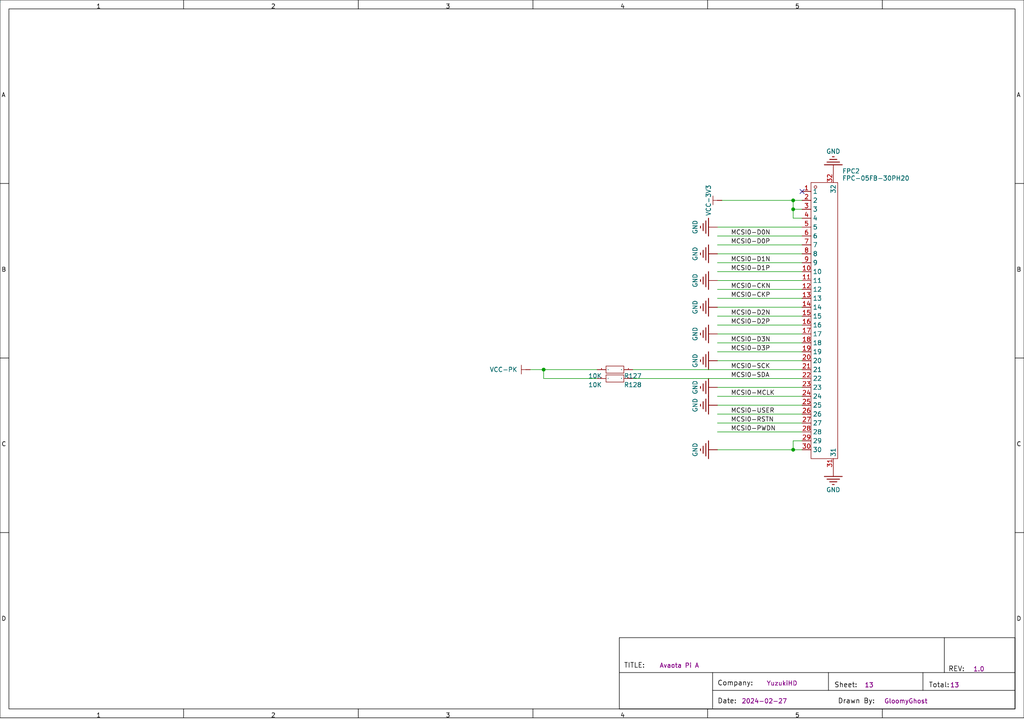
<source format=kicad_sch>
(kicad_sch (version 20231120) (generator "eeschema") (generator_version "8.0")
  (paper "User" 291.846 205.029)
  (lib_symbols
    (symbol "5-Voltage_1" (power) (pin_numbers hide) (pin_names hide)
      (symbol "5-Voltage_1_1_0"
        (polyline (pts (xy -1.27 2.54) (xy 1.27 2.54)))
        (polyline (pts (xy 0 2.54) (xy 0 1.27)))
        (pin power_in line (at 0 0 90) (length 1.27) (name "VCC-3V3") (number "1"))
      )
    )
    (symbol "AvaotaA1-easyedapro:5-Voltage" (power) (pin_numbers hide) (pin_names hide)
      (symbol "5-Voltage_1_0"
        (polyline (pts (xy -1.27 2.54) (xy 1.27 2.54)))
        (polyline (pts (xy 0 2.54) (xy 0 1.27)))
        (pin power_in line (at 0 0 90) (length 1.27) (name "VCC-PK") (number "1"))
      )
    )
    (symbol "AvaotaA1-easyedapro:FPC-05FB-30PH20"
      (property "Reference" "FPC" (at 0 0 0))
      (symbol "FPC-05FB-30PH20_1_0"
        (rectangle (start -2.54 -39.37) (end 5.08 39.37))
        (circle (center -1.27 38.1) (radius 0.381))
        (pin unspecified line (at -5.08 36.83 0) (length 2.54) (name "1") (number "1"))
        (pin unspecified line (at -5.08 13.97 0) (length 2.54) (name "10") (number "10"))
        (pin unspecified line (at -5.08 11.43 0) (length 2.54) (name "11") (number "11"))
        (pin unspecified line (at -5.08 8.89 0) (length 2.54) (name "12") (number "12"))
        (pin unspecified line (at -5.08 6.35 0) (length 2.54) (name "13") (number "13"))
        (pin unspecified line (at -5.08 3.81 0) (length 2.54) (name "14") (number "14"))
        (pin unspecified line (at -5.08 1.27 0) (length 2.54) (name "15") (number "15"))
        (pin unspecified line (at -5.08 -1.27 0) (length 2.54) (name "16") (number "16"))
        (pin unspecified line (at -5.08 -3.81 0) (length 2.54) (name "17") (number "17"))
        (pin unspecified line (at -5.08 -6.35 0) (length 2.54) (name "18") (number "18"))
        (pin unspecified line (at -5.08 -8.89 0) (length 2.54) (name "19") (number "19"))
        (pin unspecified line (at -5.08 34.29 0) (length 2.54) (name "2") (number "2"))
        (pin unspecified line (at -5.08 -11.43 0) (length 2.54) (name "20") (number "20"))
        (pin unspecified line (at -5.08 -13.97 0) (length 2.54) (name "21") (number "21"))
        (pin unspecified line (at -5.08 -16.51 0) (length 2.54) (name "22") (number "22"))
        (pin unspecified line (at -5.08 -19.05 0) (length 2.54) (name "23") (number "23"))
        (pin unspecified line (at -5.08 -21.59 0) (length 2.54) (name "24") (number "24"))
        (pin unspecified line (at -5.08 -24.13 0) (length 2.54) (name "25") (number "25"))
        (pin unspecified line (at -5.08 -26.67 0) (length 2.54) (name "26") (number "26"))
        (pin unspecified line (at -5.08 -29.21 0) (length 2.54) (name "27") (number "27"))
        (pin unspecified line (at -5.08 -31.75 0) (length 2.54) (name "28") (number "28"))
        (pin unspecified line (at -5.08 -34.29 0) (length 2.54) (name "29") (number "29"))
        (pin unspecified line (at -5.08 31.75 0) (length 2.54) (name "3") (number "3"))
        (pin unspecified line (at -5.08 -36.83 0) (length 2.54) (name "30") (number "30"))
        (pin unspecified line (at 3.81 -41.91 90) (length 2.54) (name "31") (number "31"))
        (pin unspecified line (at 3.81 41.91 270) (length 2.54) (name "32") (number "32"))
        (pin unspecified line (at -5.08 29.21 0) (length 2.54) (name "4") (number "4"))
        (pin unspecified line (at -5.08 26.67 0) (length 2.54) (name "5") (number "5"))
        (pin unspecified line (at -5.08 24.13 0) (length 2.54) (name "6") (number "6"))
        (pin unspecified line (at -5.08 21.59 0) (length 2.54) (name "7") (number "7"))
        (pin unspecified line (at -5.08 19.05 0) (length 2.54) (name "8") (number "8"))
        (pin unspecified line (at -5.08 16.51 0) (length 2.54) (name "9") (number "9"))
      )
    )
    (symbol "AvaotaA1-easyedapro:Ground-GND" (power) (pin_numbers hide) (pin_names hide)
      (symbol "Ground-GND_1_0"
        (polyline (pts (xy -2.54 -2.54) (xy 2.54 -2.54)) (stroke (width 0.254)))
        (polyline (pts (xy -1.778 -3.302) (xy 1.778 -3.302)) (stroke (width 0.254)))
        (polyline (pts (xy -1.016 -4.064) (xy 1.016 -4.064)) (stroke (width 0.254)))
        (polyline (pts (xy -0.254 -4.826) (xy 0.254 -4.826)) (stroke (width 0.254)))
        (pin power_in line (at 0 0 270) (length 2.54) (name "GND") (number "1"))
      )
    )
    (symbol "AvaotaA1-easyedapro:Sheet_A4"
      (symbol "Sheet_A4_1_0"
        (polyline (pts (xy 2.54 -151.892) (xy 0 -151.892)) (stroke (width 0) (color 0 0 0 1)))
        (polyline (pts (xy 2.54 -102.108) (xy 0 -102.108)) (stroke (width 0) (color 0 0 0 1)))
        (polyline (pts (xy 2.54 -52.324) (xy 0 -52.324)) (stroke (width 0) (color 0 0 0 1)))
        (polyline (pts (xy 52.324 -202.184) (xy 52.324 -204.724)) (stroke (width 0) (color 0 0 0 1)))
        (polyline (pts (xy 52.324 -2.54) (xy 52.324 0)) (stroke (width 0) (color 0 0 0 1)))
        (polyline (pts (xy 102.108 -202.184) (xy 102.108 -204.724)) (stroke (width 0) (color 0 0 0 1)))
        (polyline (pts (xy 102.108 -2.54) (xy 102.108 0)) (stroke (width 0) (color 0 0 0 1)))
        (polyline (pts (xy 151.892 -202.184) (xy 151.892 -204.724)) (stroke (width 0) (color 0 0 0 1)))
        (polyline (pts (xy 151.892 -2.54) (xy 151.892 0)) (stroke (width 0) (color 0 0 0 1)))
        (polyline (pts (xy 176.5554 -191.8208) (xy 289.2044 -191.8208)) (stroke (width 0) (color 0 0 0 1)))
        (polyline (pts (xy 201.676 -202.184) (xy 201.676 -204.724)) (stroke (width 0) (color 0 0 0 1)))
        (polyline (pts (xy 201.676 -2.54) (xy 201.676 0)) (stroke (width 0) (color 0 0 0 1)))
        (polyline (pts (xy 203.0984 -196.9008) (xy 289.2044 -196.9008)) (stroke (width 0) (color 0 0 0 1)))
        (polyline (pts (xy 203.0984 -191.8208) (xy 203.0984 -201.9808)) (stroke (width 0) (color 0 0 0 1)))
        (polyline (pts (xy 236.1184 -191.8208) (xy 236.1184 -196.9008)) (stroke (width 0) (color 0 0 0 1)))
        (polyline (pts (xy 251.46 -202.184) (xy 251.46 -204.724)) (stroke (width 0) (color 0 0 0 1)))
        (polyline (pts (xy 251.46 -2.54) (xy 251.46 0)) (stroke (width 0) (color 0 0 0 1)))
        (polyline (pts (xy 263.0424 -191.8208) (xy 263.0424 -196.9008)) (stroke (width 0) (color 0 0 0 1)))
        (polyline (pts (xy 269.1384 -181.864) (xy 269.1384 -191.8208)) (stroke (width 0) (color 0 0 0 1)))
        (polyline (pts (xy 289.306 -151.892) (xy 291.846 -151.892)) (stroke (width 0) (color 0 0 0 1)))
        (polyline (pts (xy 289.306 -102.108) (xy 291.846 -102.108)) (stroke (width 0) (color 0 0 0 1)))
        (polyline (pts (xy 289.306 -52.324) (xy 291.846 -52.324)) (stroke (width 0) (color 0 0 0 1)))
        (rectangle (start 0 0) (end 291.846 -204.724) (stroke (width 0) (color 0 0 0 1)))
        (rectangle (start 2.54 -2.54) (end 289.306 -202.184) (stroke (width 0) (color 0 0 0 1)))
        (rectangle (start 176.5046 -181.864) (end 289.2806 -202.184) (stroke (width 0) (color 0 0 0 1)))
        (text "1" (at 27.432 -204.6732 0) (effects (font (size 1.2192 1.2192)) (justify left bottom)))
        (text "1" (at 27.432 -2.4892 0) (effects (font (size 1.2192 1.2192)) (justify left bottom)))
        (text "2" (at 77.216 -204.6732 0) (effects (font (size 1.2192 1.2192)) (justify left bottom)))
        (text "2" (at 77.216 -2.4892 0) (effects (font (size 1.2192 1.2192)) (justify left bottom)))
        (text "3" (at 127 -204.6732 0) (effects (font (size 1.2192 1.2192)) (justify left bottom)))
        (text "3" (at 127 -2.4892 0) (effects (font (size 1.2192 1.2192)) (justify left bottom)))
        (text "4" (at 176.784 -204.6732 0) (effects (font (size 1.2192 1.2192)) (justify left bottom)))
        (text "4" (at 176.784 -2.4892 0) (effects (font (size 1.2192 1.2192)) (justify left bottom)))
        (text "5" (at 226.568 -204.6732 0) (effects (font (size 1.2192 1.2192)) (justify left bottom)))
        (text "5" (at 226.568 -2.4892 0) (effects (font (size 1.2192 1.2192)) (justify left bottom)))
        (text "A" (at 0.381 -27.7622 0) (effects (font (size 1.2192 1.2192)) (justify left bottom)))
        (text "A" (at 289.687 -27.7622 0) (effects (font (size 1.2192 1.2192)) (justify left bottom)))
        (text "B" (at 0.381 -77.5462 0) (effects (font (size 1.2192 1.2192)) (justify left bottom)))
        (text "B" (at 289.687 -77.5462 0) (effects (font (size 1.2192 1.2192)) (justify left bottom)))
        (text "C" (at 0.381 -127.3302 0) (effects (font (size 1.2192 1.2192)) (justify left bottom)))
        (text "C" (at 289.687 -127.3302 0) (effects (font (size 1.2192 1.2192)) (justify left bottom)))
        (text "Company:" (at 204.4446 -195.5546 0) (effects (font (size 1.397 1.397)) (justify left bottom)))
        (text "D" (at 0.381 -177.1142 0) (effects (font (size 1.2192 1.2192)) (justify left bottom)))
        (text "D" (at 289.687 -177.1142 0) (effects (font (size 1.2192 1.2192)) (justify left bottom)))
        (text "Date:" (at 204.47 -200.66 0) (effects (font (size 1.397 1.397)) (justify left bottom)))
        (text "Drawn By:" (at 238.76 -200.66 0) (effects (font (size 1.397 1.397)) (justify left bottom)))
        (text "REV:" (at 270.256 -191.516 0) (effects (font (size 1.397 1.397)) (justify left bottom)))
        (text "Sheet:" (at 237.744 -196.088 0) (effects (font (size 1.397 1.397)) (justify left bottom)))
        (text "TITLE:" (at 177.8 -190.5 0) (effects (font (size 1.397 1.397)) (justify left bottom)))
        (text "Total:" (at 264.668 -196.088 0) (effects (font (size 1.397 1.397)) (justify left bottom)))
      )
    )
    (symbol "AvaotaA1-easyedapro:电阻"
      (symbol "电阻_1_0"
        (rectangle (start -2.54 1.016) (end 2.54 -1.016))
        (pin input line (at -5.08 0 0) (length 2.54) (name "1") (number "1"))
        (pin input line (at 5.08 0 180) (length 2.54) (name "2") (number "2"))
      )
    )
  )
  (junction (at 226.06 57.15))
  (junction (at 154.94 105.41))
  (junction (at 226.06 128.27))
  (junction (at 226.06 59.69))
  (no_connect (at 228.6 54.61))
  (wire (pts (xy 226.06 62.23) (xy 226.06 59.69)))
  (wire (pts (xy 228.6 74.93) (xy 204.47 74.93)))
  (wire (pts (xy 204.47 64.77) (xy 228.6 64.77)))
  (wire (pts (xy 204.47 123.19) (xy 228.6 123.19)))
  (wire (pts (xy 204.47 87.63) (xy 228.6 87.63)))
  (wire (pts (xy 205.74 57.15) (xy 226.06 57.15)))
  (wire (pts (xy 204.47 80.01) (xy 228.6 80.01)))
  (wire (pts (xy 228.6 77.47) (xy 204.47 77.47)))
  (wire (pts (xy 204.47 115.57) (xy 228.6 115.57)))
  (wire (pts (xy 228.6 107.95) (xy 180.34 107.95)))
  (wire (pts (xy 226.06 128.27) (xy 226.06 125.73)))
  (wire (pts (xy 204.47 82.55) (xy 228.6 82.55)))
  (wire (pts (xy 204.47 113.03) (xy 228.6 113.03)))
  (wire (pts (xy 226.06 128.27) (xy 228.6 128.27)))
  (wire (pts (xy 228.6 105.41) (xy 180.34 105.41)))
  (wire (pts (xy 204.47 72.39) (xy 228.6 72.39)))
  (wire (pts (xy 226.06 59.69) (xy 226.06 57.15)))
  (wire (pts (xy 204.47 67.31) (xy 228.6 67.31)))
  (wire (pts (xy 204.47 92.71) (xy 228.6 92.71)))
  (wire (pts (xy 204.47 128.27) (xy 226.06 128.27)))
  (wire (pts (xy 204.47 110.49) (xy 228.6 110.49)))
  (wire (pts (xy 204.47 118.11) (xy 228.6 118.11)))
  (wire (pts (xy 204.47 100.33) (xy 228.6 100.33)))
  (wire (pts (xy 204.47 85.09) (xy 228.6 85.09)))
  (wire (pts (xy 154.94 107.95) (xy 170.18 107.95)))
  (wire (pts (xy 154.94 105.41) (xy 151.13 105.41)))
  (wire (pts (xy 228.6 59.69) (xy 226.06 59.69)))
  (wire (pts (xy 204.47 97.79) (xy 228.6 97.79)))
  (wire (pts (xy 204.47 69.85) (xy 228.6 69.85)))
  (wire (pts (xy 228.6 62.23) (xy 226.06 62.23)))
  (wire (pts (xy 204.47 120.65) (xy 228.6 120.65)))
  (wire (pts (xy 226.06 57.15) (xy 228.6 57.15)))
  (wire (pts (xy 204.47 95.25) (xy 228.6 95.25)))
  (wire (pts (xy 204.47 90.17) (xy 228.6 90.17)))
  (wire (pts (xy 170.18 105.41) (xy 154.94 105.41)))
  (wire (pts (xy 204.47 102.87) (xy 228.6 102.87)))
  (wire (pts (xy 154.94 107.95) (xy 154.94 105.41)))
  (wire (pts (xy 226.06 125.73) (xy 228.6 125.73)))
  (label "MCSI0-D1N" (at 208.28 74.93 0))
  (label "MCSI0-SDA" (at 208.28 107.95 0))
  (label "MCSI0-CKP" (at 208.28 85.09 0))
  (label "MCSI0-D0P" (at 208.28 69.85 0))
  (label "MCSI0-PWDN" (at 208.28 123.19 0))
  (label "MCSI0-D1P" (at 208.28 77.47 0))
  (label "MCSI0-RSTN" (at 208.28 120.65 0))
  (label "MCSI0-D3P" (at 208.28 100.33 0))
  (label "MCSI0-MCLK" (at 208.28 113.03 0))
  (label "MCSI0-D3N" (at 208.28 97.79 0))
  (label "MCSI0-D2P" (at 208.28 92.71 0))
  (label "MCSI0-SCK" (at 208.28 105.41 0))
  (label "MCSI0-D2N" (at 208.28 90.17 0))
  (label "MCSI0-D0N" (at 208.28 67.31 0))
  (label "MCSI0-USER" (at 208.28 118.11 0))
  (label "MCSI0-CKN" (at 208.28 82.55 0))
  (symbol (lib_id "AvaotaA1-easyedapro:Ground-GND") (at 237.49 133.35 0) (unit 1)
    (property "Reference" "#PWR?" (effects (hide yes)))
    (property "Value" "GND" (at 237.49 139.7 0))
    (property "Footprint" "AvaotaA1-easyedapro:" (effects (hide yes)))
  )
  (symbol (lib_id "AvaotaA1-easyedapro:电阻") (at 175.26 107.95 0) (unit 1)
    (property "Reference" "R128" (at 177.8 110.49 0) (effects (justify left bottom)))
    (property "Value" "10K" (at 167.64 110.49 0) (effects (justify left bottom)))
    (property "Footprint" "AvaotaA1-easyedapro:R0603" (effects (hide yes)))
  )
  (symbol (lib_id "AvaotaA1-easyedapro:5-Voltage") (at 151.13 105.41 90) (unit 1)
    (property "Reference" "#PWR?" (effects (hide yes)))
    (property "Value" "VCC-PK" (at 143.51 105.41 90))
    (property "Footprint" "AvaotaA1-easyedapro:" (effects (hide yes)))
    (property "Description" "Power-5V" (effects (hide yes)))
  )
  (symbol (lib_id "AvaotaA1-easyedapro:Ground-GND") (at 204.47 102.87 270) (unit 1)
    (property "Reference" "#PWR?" (effects (hide yes)))
    (property "Value" "GND" (at 198.12 102.87 0))
    (property "Footprint" "AvaotaA1-easyedapro:" (effects (hide yes)))
  )
  (symbol (lib_id "AvaotaA1-easyedapro:Ground-GND") (at 204.47 87.63 270) (unit 1)
    (property "Reference" "#PWR?" (effects (hide yes)))
    (property "Value" "GND" (at 198.12 87.63 0))
    (property "Footprint" "AvaotaA1-easyedapro:" (effects (hide yes)))
  )
  (symbol (lib_id "AvaotaA1-easyedapro:FPC-05FB-30PH20") (at 233.68 91.44 0) (unit 1)
    (property "Reference" "FPC2" (at 240.03 49.53 0) (effects (justify left bottom)))
    (property "Value" "FPC-05FB-30PH20" (at 240.03 51.562 0) (effects (justify left bottom)))
    (property "Footprint" "AvaotaA1-easyedapro:FPC-SMD_30P-P0.50_FPC-05FB-30PH20" (effects (hide yes)))
    (property "Datasheet" "https://atta.szlcsc.com/upload/public/pdf/source/20210922/C2856833_974F2E309F01E02BEE862D1FB45F93FA.pdf" (effects (hide yes)))
    (property "Description" "锁定特性:翻盖式;触点类型:双侧触点/上下接;触点数量:30P;间距:0.5mm;安装类型:卧贴;工作温度范围:-25°C~+85°C;" (effects (hide yes)))
    (property "Manufacturer Part" "FPC-05FB-30PH20" (effects (hide yes)))
    (property "Manufacturer" "XUNPU(讯普)" (effects (hide yes)))
    (property "Supplier Part" "C2856833" (effects (hide yes)))
    (property "Supplier" "LCSC" (effects (hide yes)))
    (property "LCSC Part Name" "间距:0.5mm P数:30P 翻盖式 双侧触点/上下接" (effects (hide yes)))
  )
  (symbol (lib_id "AvaotaA1-easyedapro:Ground-GND") (at 237.49 49.53 180) (unit 1)
    (property "Reference" "#PWR?" (effects (hide yes)))
    (property "Value" "GND" (at 237.49 43.18 0))
    (property "Footprint" "AvaotaA1-easyedapro:" (effects (hide yes)))
  )
  (symbol (lib_name "5-Voltage_1") (lib_id "AvaotaA1-easyedapro:5-Voltage") (at 205.74 57.15 90) (unit 1)
    (property "Reference" "#PWR?" (effects (hide yes)))
    (property "Value" "VCC-3V3" (at 201.93 57.15 0))
    (property "Footprint" "AvaotaA1-easyedapro:" (effects (hide yes)))
    (property "Description" "Power-5V" (effects (hide yes)))
  )
  (symbol (lib_id "AvaotaA1-easyedapro:Ground-GND") (at 204.47 64.77 270) (unit 1)
    (property "Reference" "#PWR?" (effects (hide yes)))
    (property "Value" "GND" (at 198.12 64.77 0))
    (property "Footprint" "AvaotaA1-easyedapro:" (effects (hide yes)))
  )
  (symbol (lib_id "AvaotaA1-easyedapro:Ground-GND") (at 204.47 80.01 270) (unit 1)
    (property "Reference" "#PWR?" (effects (hide yes)))
    (property "Value" "GND" (at 198.12 80.01 0))
    (property "Footprint" "AvaotaA1-easyedapro:" (effects (hide yes)))
  )
  (symbol (lib_id "AvaotaA1-easyedapro:Sheet_A4") (at 0 0 0) (unit 1)
    (property "Reference" "?" (at 0 0 0))
    (property "Footprint" "AvaotaA1-easyedapro:" (effects (hide yes)))
    (property "@Page Count" "13" (at 270.764 196.088 0) (effects (justify left bottom)))
    (property "@Page No" "13" (at 246.38 196.088 0) (effects (justify left bottom)))
    (property "@Project Name" "Avaota Pi A" (at 187.9346 190.5 0) (effects (justify left bottom)))
    (property "@Update Date" "2024-02-27" (at 211.328 200.66 0) (effects (justify left bottom)))
    (property "Comment" "GloomyGhost" (at 251.968 200.66 0) (effects (justify left bottom)))
    (property "Company" "YuzukiHD" (at 218.44 195.58 0) (effects (justify left bottom)))
    (property "Version" "1.0" (at 277.368 191.516 0) (effects (justify left bottom)))
  )
  (symbol (lib_id "AvaotaA1-easyedapro:Ground-GND") (at 204.47 115.57 270) (unit 1)
    (property "Reference" "#PWR?" (effects (hide yes)))
    (property "Value" "GND" (at 198.12 115.57 0))
    (property "Footprint" "AvaotaA1-easyedapro:" (effects (hide yes)))
  )
  (symbol (lib_id "AvaotaA1-easyedapro:Ground-GND") (at 204.47 110.49 270) (unit 1)
    (property "Reference" "#PWR?" (effects (hide yes)))
    (property "Value" "GND" (at 198.12 110.49 0))
    (property "Footprint" "AvaotaA1-easyedapro:" (effects (hide yes)))
  )
  (symbol (lib_id "AvaotaA1-easyedapro:Ground-GND") (at 204.47 72.39 270) (unit 1)
    (property "Reference" "#PWR?" (effects (hide yes)))
    (property "Value" "GND" (at 198.12 72.39 0))
    (property "Footprint" "AvaotaA1-easyedapro:" (effects (hide yes)))
  )
  (symbol (lib_id "AvaotaA1-easyedapro:Ground-GND") (at 204.47 128.27 270) (unit 1)
    (property "Reference" "#PWR?" (effects (hide yes)))
    (property "Value" "GND" (at 198.12 128.27 0))
    (property "Footprint" "AvaotaA1-easyedapro:" (effects (hide yes)))
  )
  (symbol (lib_id "AvaotaA1-easyedapro:Ground-GND") (at 204.47 95.25 270) (unit 1)
    (property "Reference" "#PWR?" (effects (hide yes)))
    (property "Value" "GND" (at 198.12 95.25 0))
    (property "Footprint" "AvaotaA1-easyedapro:" (effects (hide yes)))
  )
  (symbol (lib_id "AvaotaA1-easyedapro:电阻") (at 175.26 105.41 0) (unit 1)
    (property "Reference" "R127" (at 177.8 107.95 0) (effects (justify left bottom)))
    (property "Value" "10K" (at 167.64 107.95 0) (effects (justify left bottom)))
    (property "Footprint" "AvaotaA1-easyedapro:R0603" (effects (hide yes)))
  )
)
</source>
